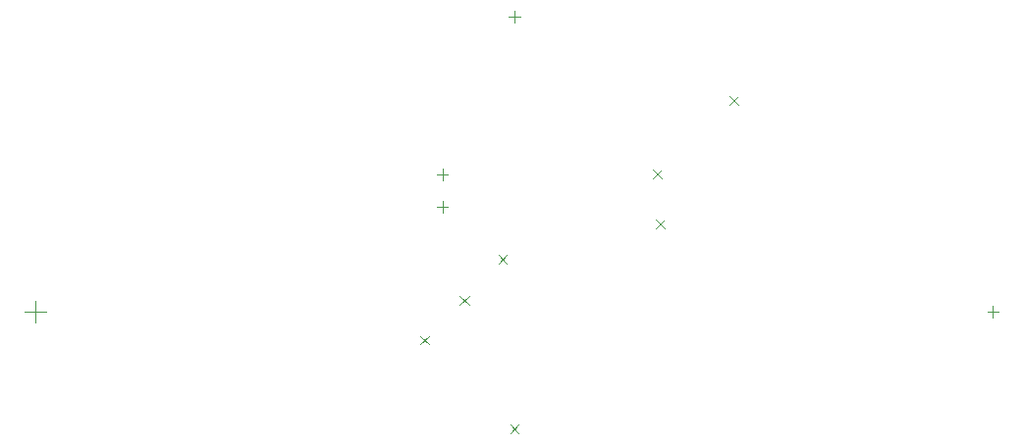
<source format=gbr>
%TF.GenerationSoftware,Altium Limited,Altium Designer,23.6.0 (18)*%
G04 Layer_Color=0*
%FSLAX25Y25*%
%MOIN*%
%TF.SameCoordinates,9FC677E3-0757-43A4-AD8A-435CCD31EDD7*%
%TF.FilePolarity,Positive*%
%TF.FileFunction,Other,Top_Component_Center*%
%TF.Part,Single*%
G01*
G75*
%TA.AperFunction,NonConductor*%
%ADD90C,0.00394*%
D90*
X56339Y100000D02*
X63661D01*
X60000Y96339D02*
Y103661D01*
X190681Y91711D02*
X193465Y88927D01*
X190681D02*
X193465Y91711D01*
X220532Y200362D02*
X224468D01*
X222500Y198394D02*
Y202331D01*
X203913Y102145D02*
X207087Y105318D01*
X203913D02*
X207087Y102145D01*
X196079Y146755D02*
X200016D01*
X198047Y144786D02*
Y148723D01*
X196079Y135755D02*
X200016D01*
X198047Y133786D02*
Y137723D01*
X217108Y119123D02*
X219892Y116339D01*
X217108D02*
X219892Y119123D01*
X221108Y58753D02*
X223892Y61537D01*
X221108D02*
X223892Y58753D01*
X269608Y145363D02*
X272392Y148147D01*
X269608D02*
X272392Y145363D01*
X270608Y128363D02*
X273392Y131147D01*
X270608D02*
X273392Y128363D01*
X295608Y173147D02*
X298392Y170363D01*
X295608D02*
X298392Y173147D01*
X383032Y100000D02*
X386968D01*
X385000Y98032D02*
Y101969D01*
%TF.MD5,193f3e3a58f68aa91e674917f44132bf*%
M02*

</source>
